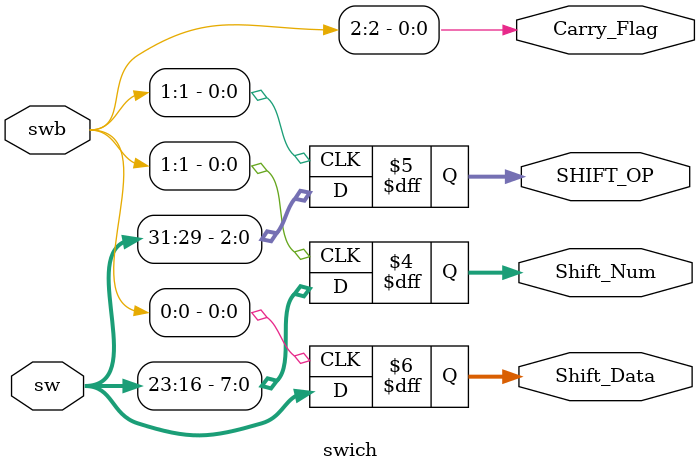
<source format=v>
`timescale 1ns / 1ps


module swich(input [31:0]sw,
             input [2:0]swb,
             output reg[31:0]Shift_Data,
             output reg[7:0] Shift_Num,
             output reg Carry_Flag,
             output reg [2:0] SHIFT_OP);
// always @(*) begin
//     if (swb[0] == 1&&swb[1] == 0)begin
//         Shift_Data <= sw;
//         Carry_Flag <= swb[2];
//     end

//     if (swb[0] == 1&&swb[1] == 0)begin
//         SHIFT_OP   <= sw[31:29];
//         Shift_Num  <= sw[23:16];
//         Carry_Flag <= swb[2];
//     end
// end
always @(posedge swb[0]) begin
    Shift_Data <= sw[31:0];
end
always @(posedge swb[1]) begin
    SHIFT_OP  <= sw[31:29];
    Shift_Num <= sw[23:16];
end
always @(swb[2]) begin
    Carry_Flag <= swb[2];
end
endmodule

</source>
